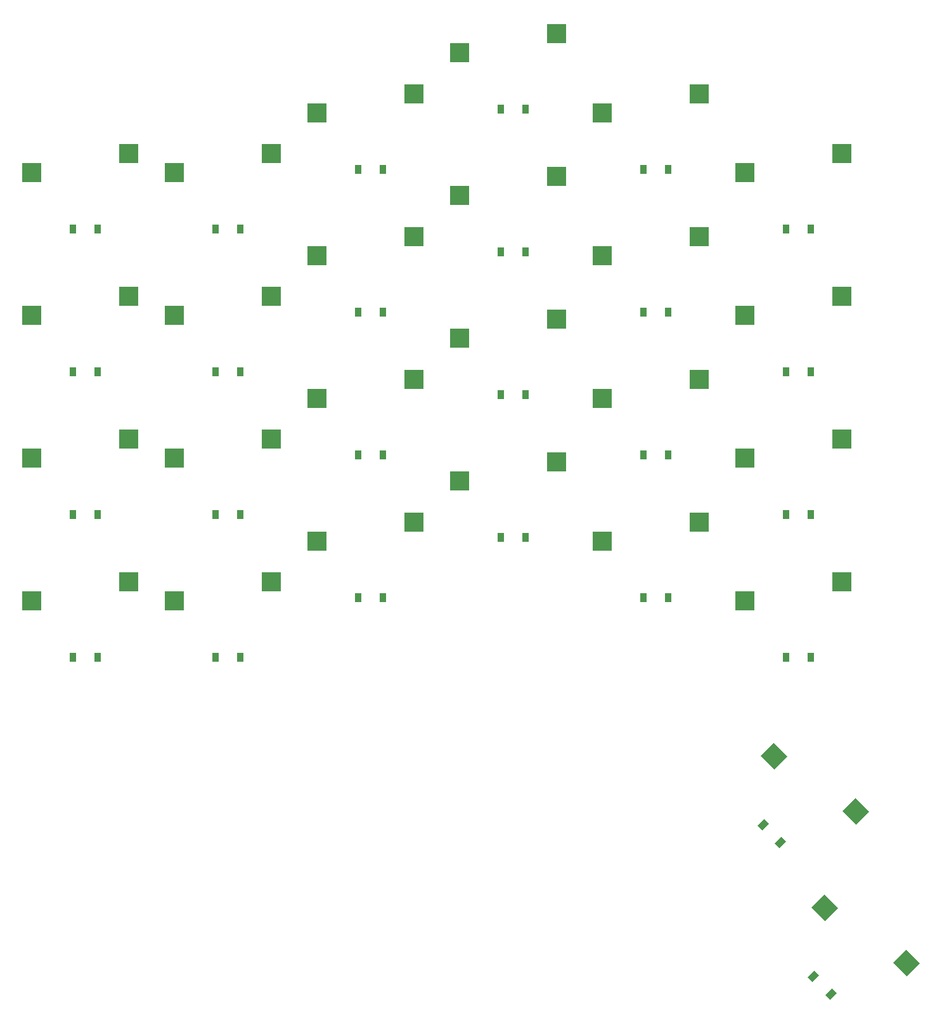
<source format=gbr>
%TF.GenerationSoftware,KiCad,Pcbnew,9.0.3-1.fc42*%
%TF.CreationDate,2025-07-31T15:34:24-03:00*%
%TF.ProjectId,main_pcb,6d61696e-5f70-4636-922e-6b696361645f,v1.0.0*%
%TF.SameCoordinates,Original*%
%TF.FileFunction,Paste,Bot*%
%TF.FilePolarity,Positive*%
%FSLAX46Y46*%
G04 Gerber Fmt 4.6, Leading zero omitted, Abs format (unit mm)*
G04 Created by KiCad (PCBNEW 9.0.3-1.fc42) date 2025-07-31 15:34:24*
%MOMM*%
%LPD*%
G01*
G04 APERTURE LIST*
G04 Aperture macros list*
%AMRotRect*
0 Rectangle, with rotation*
0 The origin of the aperture is its center*
0 $1 length*
0 $2 width*
0 $3 Rotation angle, in degrees counterclockwise*
0 Add horizontal line*
21,1,$1,$2,0,0,$3*%
G04 Aperture macros list end*
%ADD10R,0.900000X1.200000*%
%ADD11RotRect,2.550000X2.500000X315.000000*%
%ADD12R,2.550000X2.500000*%
%ADD13RotRect,0.900000X1.200000X315.000000*%
G04 APERTURE END LIST*
D10*
%TO.C,D9*%
X186450000Y-147000000D03*
X189750000Y-147000000D03*
%TD*%
%TO.C,D4*%
X148350000Y-97850000D03*
X151650000Y-97850000D03*
%TD*%
%TO.C,D24*%
X243600000Y-97850000D03*
X246900000Y-97850000D03*
%TD*%
%TO.C,D18*%
X224550000Y-127950000D03*
X227850000Y-127950000D03*
%TD*%
%TO.C,D13*%
X205500000Y-139000000D03*
X208800000Y-139000000D03*
%TD*%
D11*
%TO.C,S26*%
X248771400Y-188399697D03*
X259708220Y-195744415D03*
%TD*%
D12*
%TO.C,S22*%
X238165000Y-128410000D03*
X251092000Y-125870000D03*
%TD*%
%TO.C,S12*%
X181015000Y-82310000D03*
X193942000Y-79770000D03*
%TD*%
%TO.C,S11*%
X181015000Y-101360000D03*
X193942000Y-98820000D03*
%TD*%
%TO.C,S9*%
X181015000Y-139460000D03*
X193942000Y-136920000D03*
%TD*%
D10*
%TO.C,D22*%
X243600000Y-135950000D03*
X246900000Y-135950000D03*
%TD*%
%TO.C,D5*%
X167400000Y-155000000D03*
X170700000Y-155000000D03*
%TD*%
D12*
%TO.C,S4*%
X142915000Y-90310000D03*
X155842000Y-87770000D03*
%TD*%
%TO.C,S20*%
X219115000Y-82310000D03*
X232042000Y-79770000D03*
%TD*%
%TO.C,S15*%
X200065000Y-93360000D03*
X212992000Y-90820000D03*
%TD*%
D13*
%TO.C,D25*%
X240547774Y-177368774D03*
X242881226Y-179702226D03*
%TD*%
D10*
%TO.C,D11*%
X186450000Y-108900000D03*
X189750000Y-108900000D03*
%TD*%
%TO.C,D1*%
X148350000Y-155000000D03*
X151650000Y-155000000D03*
%TD*%
%TO.C,D20*%
X224550000Y-89850000D03*
X227850000Y-89850000D03*
%TD*%
D12*
%TO.C,S5*%
X161965000Y-147460000D03*
X174892000Y-144920000D03*
%TD*%
D10*
%TO.C,D19*%
X224550000Y-108900000D03*
X227850000Y-108900000D03*
%TD*%
%TO.C,D14*%
X205500000Y-119950000D03*
X208800000Y-119950000D03*
%TD*%
D12*
%TO.C,S8*%
X161965000Y-90310000D03*
X174892000Y-87770000D03*
%TD*%
%TO.C,S10*%
X181015000Y-120410000D03*
X193942000Y-117870000D03*
%TD*%
D10*
%TO.C,D17*%
X224550000Y-147000000D03*
X227850000Y-147000000D03*
%TD*%
%TO.C,D7*%
X167400000Y-116900000D03*
X170700000Y-116900000D03*
%TD*%
%TO.C,D12*%
X186450000Y-89850000D03*
X189750000Y-89850000D03*
%TD*%
D13*
%TO.C,D26*%
X247282974Y-197574374D03*
X249616426Y-199907826D03*
%TD*%
D12*
%TO.C,S19*%
X219115000Y-101360000D03*
X232042000Y-98820000D03*
%TD*%
D10*
%TO.C,D16*%
X205500000Y-81850000D03*
X208800000Y-81850000D03*
%TD*%
D12*
%TO.C,S1*%
X142915000Y-147460000D03*
X155842000Y-144920000D03*
%TD*%
%TO.C,S6*%
X161965000Y-128410000D03*
X174892000Y-125870000D03*
%TD*%
%TO.C,S7*%
X161965000Y-109360000D03*
X174892000Y-106820000D03*
%TD*%
D10*
%TO.C,D10*%
X186450000Y-127950000D03*
X189750000Y-127950000D03*
%TD*%
D12*
%TO.C,S16*%
X200065000Y-74310000D03*
X212992000Y-71770000D03*
%TD*%
%TO.C,S17*%
X219115000Y-139460000D03*
X232042000Y-136920000D03*
%TD*%
%TO.C,S13*%
X200065000Y-131460000D03*
X212992000Y-128920000D03*
%TD*%
%TO.C,S18*%
X219115000Y-120410000D03*
X232042000Y-117870000D03*
%TD*%
D10*
%TO.C,D6*%
X167400000Y-135950000D03*
X170700000Y-135950000D03*
%TD*%
D12*
%TO.C,S21*%
X238165000Y-147460000D03*
X251092000Y-144920000D03*
%TD*%
D10*
%TO.C,D3*%
X148350000Y-116900000D03*
X151650000Y-116900000D03*
%TD*%
%TO.C,D2*%
X148350000Y-135950000D03*
X151650000Y-135950000D03*
%TD*%
%TO.C,D21*%
X243600000Y-155000000D03*
X246900000Y-155000000D03*
%TD*%
D11*
%TO.C,S25*%
X242036200Y-168194097D03*
X252973020Y-175538815D03*
%TD*%
D10*
%TO.C,D23*%
X243600000Y-116900000D03*
X246900000Y-116900000D03*
%TD*%
D12*
%TO.C,S23*%
X238165000Y-109360000D03*
X251092000Y-106820000D03*
%TD*%
%TO.C,S3*%
X142915000Y-109360000D03*
X155842000Y-106820000D03*
%TD*%
%TO.C,S14*%
X200065000Y-112410000D03*
X212992000Y-109870000D03*
%TD*%
%TO.C,S2*%
X142915000Y-128410000D03*
X155842000Y-125870000D03*
%TD*%
D10*
%TO.C,D8*%
X167400000Y-97850000D03*
X170700000Y-97850000D03*
%TD*%
%TO.C,D15*%
X205500000Y-100900000D03*
X208800000Y-100900000D03*
%TD*%
D12*
%TO.C,S24*%
X238165000Y-90310000D03*
X251092000Y-87770000D03*
%TD*%
M02*

</source>
